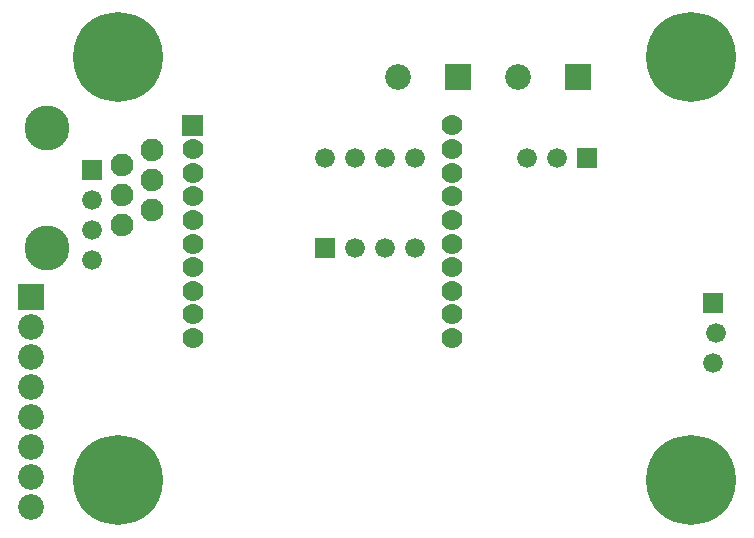
<source format=gbr>
G04 start of page 7 for group -4062 idx -4062 *
G04 Title: (unknown), soldermask *
G04 Creator: pcb 20110918 *
G04 CreationDate: Tue 05 Jan 2016 03:28:34 AM GMT UTC *
G04 For: railfan *
G04 Format: Gerber/RS-274X *
G04 PCB-Dimensions: 250000 175000 *
G04 PCB-Coordinate-Origin: lower left *
%MOIN*%
%FSLAX25Y25*%
%LNBOTTOMMASK*%
%ADD110C,0.2997*%
%ADD109C,0.1500*%
%ADD108C,0.0760*%
%ADD107C,0.0860*%
%ADD106C,0.0700*%
%ADD105C,0.0001*%
%ADD104C,0.0660*%
G54D104*X131000Y94500D03*
X141000D03*
X131000Y124500D03*
X121000D03*
X111000D03*
G54D105*G36*
X107700Y97800D02*Y91200D01*
X114300D01*
Y97800D01*
X107700D01*
G37*
G54D104*X121000Y94500D03*
G54D106*X66886Y88004D03*
Y80130D03*
Y72256D03*
Y64382D03*
G54D104*X141000Y124500D03*
G54D105*G36*
X151200Y155800D02*Y147200D01*
X159800D01*
Y155800D01*
X151200D01*
G37*
G54D106*X153500Y135248D03*
Y127374D03*
Y119500D03*
Y111626D03*
Y103752D03*
Y95878D03*
Y88004D03*
Y80130D03*
Y72256D03*
Y64382D03*
G54D107*X135500Y151500D03*
G54D106*X66886Y119500D03*
Y111626D03*
Y103752D03*
Y95878D03*
G54D104*X33500Y110500D03*
G54D108*X43500Y112000D03*
X53500Y107000D03*
G54D104*X33500Y100500D03*
G54D108*X43500Y102000D03*
G54D104*X33500Y90500D03*
G54D105*G36*
X63386Y138748D02*Y131748D01*
X70386D01*
Y138748D01*
X63386D01*
G37*
G54D106*X66886Y127374D03*
G54D108*X53500Y127000D03*
Y117000D03*
G54D109*X18500Y94500D03*
G54D105*G36*
X8700Y82300D02*Y73700D01*
X17300D01*
Y82300D01*
X8700D01*
G37*
G54D107*X13000Y68000D03*
Y58000D03*
Y48000D03*
Y38000D03*
G54D110*X42000Y158000D03*
G54D105*G36*
X30200Y123800D02*Y117200D01*
X36800D01*
Y123800D01*
X30200D01*
G37*
G54D108*X43500Y122000D03*
G54D109*X18500Y134500D03*
G54D105*G36*
X195200Y127800D02*Y121200D01*
X201800D01*
Y127800D01*
X195200D01*
G37*
G54D104*X188500Y124500D03*
X178500D03*
G54D110*X233000Y158000D03*
G54D105*G36*
X191200Y155800D02*Y147200D01*
X199800D01*
Y155800D01*
X191200D01*
G37*
G54D107*X175500Y151500D03*
G54D105*G36*
X237200Y79300D02*Y72700D01*
X243800D01*
Y79300D01*
X237200D01*
G37*
G54D104*X241500Y66000D03*
X240500Y56000D03*
G54D110*X42000Y17000D03*
G54D107*X13000Y28000D03*
Y18000D03*
Y8000D03*
G54D110*X233000Y17000D03*
M02*

</source>
